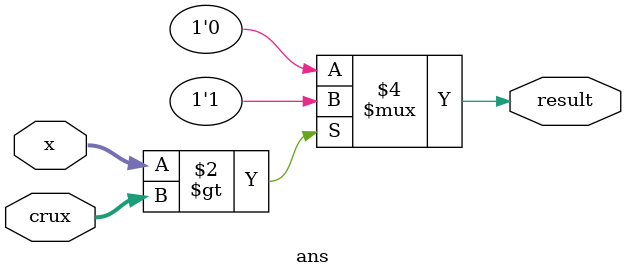
<source format=v>
module ans (x, crux, result);

        input[2:0]  x;
        input[2:0] crux;

        output result;
        reg result;


        always @(x or crux)
        begin
          if (x>crux)
              result = 1;
          else 
              result = 0;
        end
endmodule
</source>
